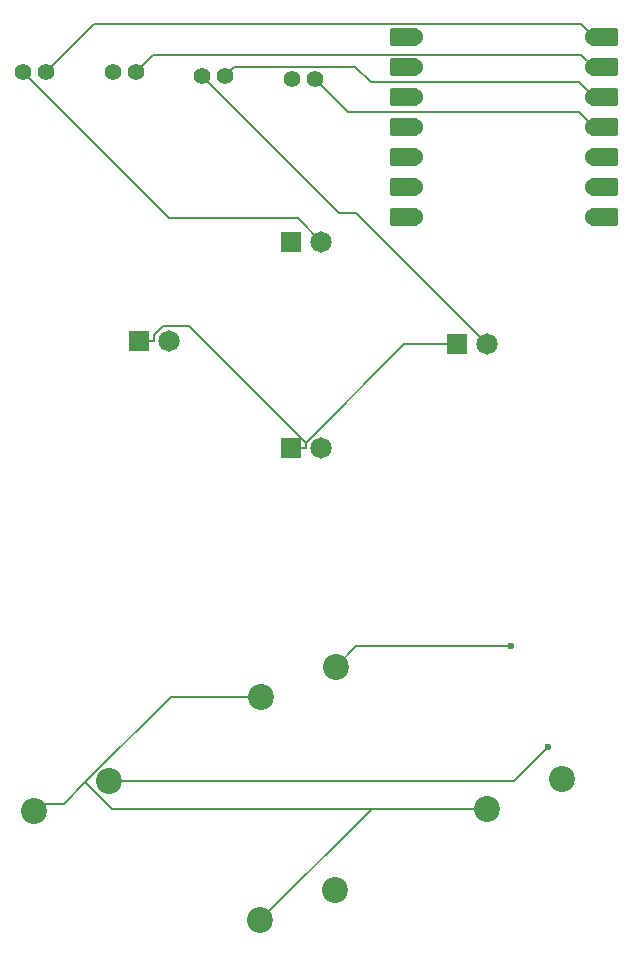
<source format=gbr>
%TF.GenerationSoftware,KiCad,Pcbnew,9.0.2*%
%TF.CreationDate,2025-07-04T19:57:48+05:30*%
%TF.ProjectId,clackade,636c6163-6b61-4646-952e-6b696361645f,rev?*%
%TF.SameCoordinates,Original*%
%TF.FileFunction,Copper,L2,Bot*%
%TF.FilePolarity,Positive*%
%FSLAX46Y46*%
G04 Gerber Fmt 4.6, Leading zero omitted, Abs format (unit mm)*
G04 Created by KiCad (PCBNEW 9.0.2) date 2025-07-04 19:57:48*
%MOMM*%
%LPD*%
G01*
G04 APERTURE LIST*
G04 Aperture macros list*
%AMRoundRect*
0 Rectangle with rounded corners*
0 $1 Rounding radius*
0 $2 $3 $4 $5 $6 $7 $8 $9 X,Y pos of 4 corners*
0 Add a 4 corners polygon primitive as box body*
4,1,4,$2,$3,$4,$5,$6,$7,$8,$9,$2,$3,0*
0 Add four circle primitives for the rounded corners*
1,1,$1+$1,$2,$3*
1,1,$1+$1,$4,$5*
1,1,$1+$1,$6,$7*
1,1,$1+$1,$8,$9*
0 Add four rect primitives between the rounded corners*
20,1,$1+$1,$2,$3,$4,$5,0*
20,1,$1+$1,$4,$5,$6,$7,0*
20,1,$1+$1,$6,$7,$8,$9,0*
20,1,$1+$1,$8,$9,$2,$3,0*%
G04 Aperture macros list end*
%TA.AperFunction,ComponentPad*%
%ADD10C,1.815000*%
%TD*%
%TA.AperFunction,ComponentPad*%
%ADD11R,1.815000X1.815000*%
%TD*%
%TA.AperFunction,ComponentPad*%
%ADD12C,1.400000*%
%TD*%
%TA.AperFunction,ComponentPad*%
%ADD13C,2.200000*%
%TD*%
%TA.AperFunction,SMDPad,CuDef*%
%ADD14RoundRect,0.152400X-1.063600X-0.609600X1.063600X-0.609600X1.063600X0.609600X-1.063600X0.609600X0*%
%TD*%
%TA.AperFunction,ComponentPad*%
%ADD15C,1.524000*%
%TD*%
%TA.AperFunction,SMDPad,CuDef*%
%ADD16RoundRect,0.152400X1.063600X0.609600X-1.063600X0.609600X-1.063600X-0.609600X1.063600X-0.609600X0*%
%TD*%
%TA.AperFunction,ViaPad*%
%ADD17C,0.600000*%
%TD*%
%TA.AperFunction,Conductor*%
%ADD18C,0.200000*%
%TD*%
G04 APERTURE END LIST*
D10*
%TO.P,D4,A*%
%TO.N,Net-(D4-PadA)*%
X99141000Y-98839000D03*
D11*
%TO.P,D4,C*%
%TO.N,GND*%
X96601000Y-98839000D03*
%TD*%
D12*
%TO.P,R1,1*%
%TO.N,LED1*%
X75805000Y-67000000D03*
%TO.P,R1,2*%
%TO.N,Net-(D1-PadA)*%
X73905000Y-67000000D03*
%TD*%
D13*
%TO.P,SW4,1,1*%
%TO.N,SW4*%
X100292700Y-136262200D03*
%TO.P,SW4,2,2*%
%TO.N,GND*%
X93942700Y-138802200D03*
%TD*%
%TO.P,SW2,1,1*%
%TO.N,SW2*%
X81192700Y-127042200D03*
%TO.P,SW2,2,2*%
%TO.N,GND*%
X74842700Y-129582200D03*
%TD*%
D12*
%TO.P,R4,1*%
%TO.N,LED4*%
X98562200Y-67542700D03*
%TO.P,R4,2*%
%TO.N,Net-(D4-PadA)*%
X96662200Y-67542700D03*
%TD*%
%TO.P,R3,1*%
%TO.N,LED3*%
X90962200Y-67342700D03*
%TO.P,R3,2*%
%TO.N,Net-(D3-PadA)*%
X89062200Y-67342700D03*
%TD*%
D10*
%TO.P,D1,A*%
%TO.N,Net-(D1-PadA)*%
X99141000Y-81339000D03*
D11*
%TO.P,D1,C*%
%TO.N,GND*%
X96601000Y-81339000D03*
%TD*%
D10*
%TO.P,D2,A*%
%TO.N,Net-(D2-PadA)*%
X86271000Y-89739000D03*
D11*
%TO.P,D2,C*%
%TO.N,GND*%
X83731000Y-89739000D03*
%TD*%
D10*
%TO.P,D3,A*%
%TO.N,Net-(D3-PadA)*%
X113141000Y-90039000D03*
D11*
%TO.P,D3,C*%
%TO.N,GND*%
X110601000Y-90039000D03*
%TD*%
D13*
%TO.P,SW3,1,1*%
%TO.N,SW3*%
X119502700Y-126802200D03*
%TO.P,SW3,2,2*%
%TO.N,GND*%
X113152700Y-129342200D03*
%TD*%
%TO.P,SW1,1,1*%
%TO.N,SW1*%
X100352700Y-117342200D03*
%TO.P,SW1,2,2*%
%TO.N,GND*%
X94002700Y-119882200D03*
%TD*%
D12*
%TO.P,R2,1*%
%TO.N,LED2*%
X83405000Y-67000000D03*
%TO.P,R2,2*%
%TO.N,Net-(D2-PadA)*%
X81505000Y-67000000D03*
%TD*%
D14*
%TO.P,U1,1,GPIO26/ADC0/A0*%
%TO.N,LED1*%
X123055000Y-64048500D03*
D15*
X122220000Y-64048500D03*
D14*
%TO.P,U1,2,GPIO27/ADC1/A1*%
%TO.N,LED2*%
X123055000Y-66588500D03*
D15*
X122220000Y-66588500D03*
D14*
%TO.P,U1,3,GPIO28/ADC2/A2*%
%TO.N,LED3*%
X123055000Y-69128500D03*
D15*
X122220000Y-69128500D03*
D14*
%TO.P,U1,4,GPIO29/ADC3/A3*%
%TO.N,LED4*%
X123055000Y-71668500D03*
D15*
X122220000Y-71668500D03*
D14*
%TO.P,U1,5,GPIO6/SDA*%
%TO.N,unconnected-(U1-GPIO6{slash}SDA-Pad5)*%
X123055000Y-74208500D03*
D15*
X122220000Y-74208500D03*
D14*
%TO.P,U1,6,GPIO7/SCL*%
%TO.N,SW1*%
X123055000Y-76748500D03*
D15*
X122220000Y-76748500D03*
D14*
%TO.P,U1,7,GPIO0/TX*%
%TO.N,SW2*%
X123055000Y-79288500D03*
D15*
X122220000Y-79288500D03*
%TO.P,U1,8,GPIO1/RX*%
%TO.N,SW4*%
X106980000Y-79288500D03*
D16*
X106145000Y-79288500D03*
D15*
%TO.P,U1,9,GPIO2/SCK*%
%TO.N,SW3*%
X106980000Y-76748500D03*
D16*
X106145000Y-76748500D03*
D15*
%TO.P,U1,10,GPIO4/MISO*%
%TO.N,unconnected-(U1-GPIO4{slash}MISO-Pad10)*%
X106980000Y-74208500D03*
D16*
X106145000Y-74208500D03*
D15*
%TO.P,U1,11,GPIO3/MOSI*%
%TO.N,unconnected-(U1-GPIO3{slash}MOSI-Pad11)*%
X106980000Y-71668500D03*
D16*
X106145000Y-71668500D03*
D15*
%TO.P,U1,12,3V3*%
%TO.N,unconnected-(U1-3V3-Pad12)*%
X106980000Y-69128500D03*
D16*
X106145000Y-69128500D03*
D15*
%TO.P,U1,13,GND*%
%TO.N,GND*%
X106980000Y-66588500D03*
D16*
X106145000Y-66588500D03*
D15*
%TO.P,U1,14,VBUS*%
%TO.N,unconnected-(U1-VBUS-Pad14)*%
X106980000Y-64048500D03*
D16*
X106145000Y-64048500D03*
%TD*%
D17*
%TO.N,SW1*%
X115151200Y-115620300D03*
%TO.N,SW2*%
X118323100Y-124135000D03*
%TD*%
D18*
%TO.N,Net-(D1-PadA)*%
X97150600Y-79348600D02*
X99141000Y-81339000D01*
X86253600Y-79348600D02*
X97150600Y-79348600D01*
X73905000Y-67000000D02*
X86253600Y-79348600D01*
%TO.N,GND*%
X93942700Y-138802200D02*
X103402700Y-129342200D01*
X113152700Y-129342200D02*
X103402700Y-129342200D01*
X110601000Y-90039000D02*
X106156700Y-90039000D01*
X87954500Y-88529800D02*
X85695900Y-88529800D01*
X85695900Y-88529800D02*
X84940200Y-89285500D01*
X96601000Y-98839000D02*
X97810200Y-98839000D01*
X74842700Y-129582200D02*
X75496900Y-128928000D01*
X86364900Y-119882200D02*
X94002700Y-119882200D01*
X75496900Y-128928000D02*
X77319100Y-128928000D01*
X81408000Y-129342200D02*
X79156500Y-127090600D01*
X83731000Y-89739000D02*
X84940200Y-89739000D01*
X77319100Y-128928000D02*
X79156500Y-127090600D01*
X79156500Y-127090600D02*
X86364900Y-119882200D01*
X97810200Y-98385500D02*
X97810200Y-98839000D01*
X106980000Y-66588500D02*
X106145000Y-66588500D01*
X84940200Y-89285500D02*
X84940200Y-89739000D01*
X106156700Y-90039000D02*
X97810200Y-98385500D01*
X103402700Y-129342200D02*
X81408000Y-129342200D01*
X97810200Y-98385500D02*
X87954500Y-88529800D01*
%TO.N,Net-(D3-PadA)*%
X113141000Y-90039000D02*
X102050400Y-78948400D01*
X100667900Y-78948400D02*
X89062200Y-67342700D01*
X102050400Y-78948400D02*
X100667900Y-78948400D01*
%TO.N,LED1*%
X121088500Y-62917000D02*
X122220000Y-64048500D01*
X79888000Y-62917000D02*
X121088500Y-62917000D01*
X122220000Y-64048500D02*
X123055000Y-64048500D01*
X75805000Y-67000000D02*
X79888000Y-62917000D01*
%TO.N,LED2*%
X123055000Y-66588500D02*
X122220000Y-66588500D01*
X84895300Y-65509700D02*
X83405000Y-67000000D01*
X121141200Y-65509700D02*
X84895300Y-65509700D01*
X122220000Y-66588500D02*
X121141200Y-65509700D01*
%TO.N,LED3*%
X122220000Y-69128500D02*
X120950000Y-67858500D01*
X91767000Y-66537900D02*
X90962200Y-67342700D01*
X102000800Y-66537900D02*
X91767000Y-66537900D01*
X123055000Y-69128500D02*
X122220000Y-69128500D01*
X103321400Y-67858500D02*
X102000800Y-66537900D01*
X120950000Y-67858500D02*
X103321400Y-67858500D01*
%TO.N,LED4*%
X123055000Y-71668500D02*
X122220000Y-71668500D01*
X101418300Y-70398800D02*
X120950300Y-70398800D01*
X98562200Y-67542700D02*
X101418300Y-70398800D01*
X120950300Y-70398800D02*
X122220000Y-71668500D01*
%TO.N,SW1*%
X102074600Y-115620300D02*
X100352700Y-117342200D01*
X122220000Y-76748500D02*
X123055000Y-76748500D01*
X115151200Y-115620300D02*
X102074600Y-115620300D01*
%TO.N,SW2*%
X81192700Y-127042200D02*
X115415900Y-127042200D01*
X115415900Y-127042200D02*
X118323100Y-124135000D01*
X123055000Y-79288500D02*
X122220000Y-79288500D01*
%TO.N,SW3*%
X106980000Y-76748500D02*
X106145000Y-76748500D01*
%TO.N,SW4*%
X106145000Y-79288500D02*
X106980000Y-79288500D01*
%TO.N,unconnected-(U1-VBUS-Pad14)*%
X106145000Y-64048500D02*
X106980000Y-64048500D01*
%TO.N,unconnected-(U1-3V3-Pad12)*%
X106145000Y-69128500D02*
X106980000Y-69128500D01*
%TO.N,unconnected-(U1-GPIO3{slash}MOSI-Pad11)*%
X106980000Y-71668500D02*
X106145000Y-71668500D01*
%TO.N,unconnected-(U1-GPIO4{slash}MISO-Pad10)*%
X106145000Y-74208500D02*
X106980000Y-74208500D01*
%TO.N,unconnected-(U1-GPIO6{slash}SDA-Pad5)*%
X123055000Y-74208500D02*
X122220000Y-74208500D01*
%TD*%
M02*

</source>
